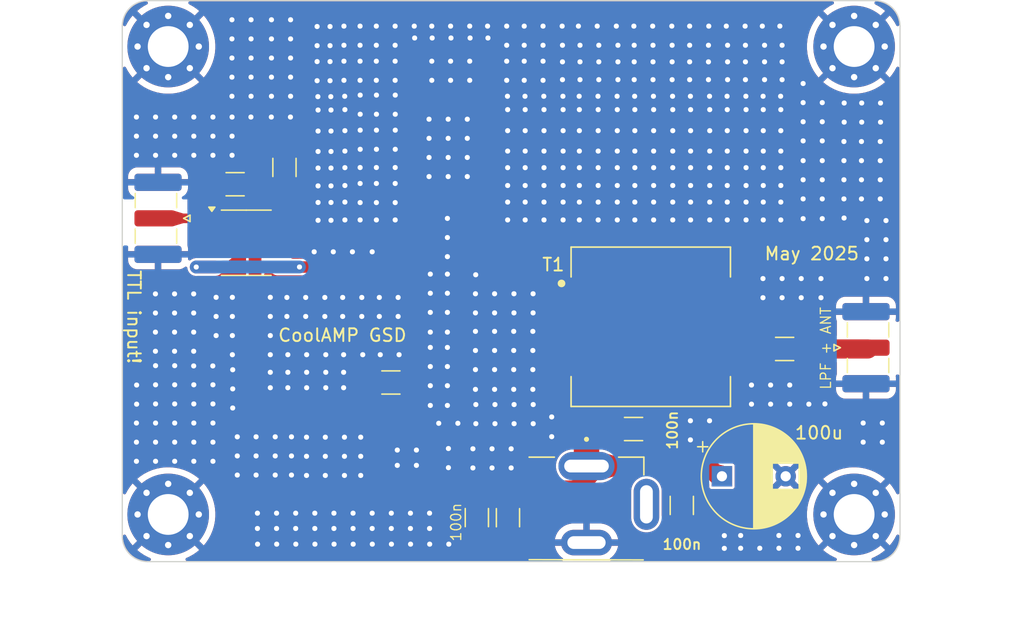
<source format=kicad_pcb>
(kicad_pcb (version 20241229) (generator "pcbnew") (generator_version "9.0")
  (layers (0 "F.Cu" signal) (2 "B.Cu" signal) (13 "F.Paste" user) (5 "F.SilkS" user "F.Silkscreen") (1 "F.Mask" user) (3 "B.Mask" user) (25 "Edge.Cuts" user))
  (net 0 "")
  (net 1 "GND")
  (net 2 "Net-(Q1-G)")
  (net 3 "/DRAIN")
  (net 4 "Net-(RF_OUT1-In)")
  (net 6 "Net-(RF_IN1-In)")
  (net 7 "Net-(C3-Pad2)")
  (net 8 "+VDC")
  (net 9 "+5V")
  (footprint "Capacitor_SMD:C_1206_3216Metric_Pad1.33x1.80mm_HandSolder" (layer "F.Cu") (at 27.81 40.545986 -90)
    (property "Reference" "C2" (hide yes))
    (property "Value" "100n")
  )
  (footprint "MountingHole:MountingHole_3.2mm_M3_Pad_Via" (layer "F.Cu") (at 3.6 40.3)
    (property "Reference" "H3" (hide yes))
    (property "Value" "MountingHole_Pad" (hide yes))
  )
  (footprint "Connector_Coaxial:SMA_Samtec_SMA-J-P-H-ST-EM1_EdgeMount" (layer "F.Cu") (at 58.58 27.22)
    (property "Reference" "RF_OUT1" (hide yes))
    (property "Value" "SMA" (hide yes))
  )
  (footprint "Capacitor_SMD:C_1206_3216Metric_Pad1.33x1.80mm_HandSolder" (layer "F.Cu") (at 30.25 40.5525 -90)
    (property "Reference" "C12" (hide yes))
    (property "Value" "100n" (hide yes))
  )
  (footprint "footprints:XKB_DC-005-5A-2.0_Modded" (layer "F.Cu") (at 36.41 42.505 90)
    (property "Reference" "Power1" (hide yes))
    (property "Value" "DC-005 (Barrel Jack)" (hide yes))
  )
  (footprint "MountingHole:MountingHole_3.2mm_M3_Pad_Via" (layer "F.Cu") (at 57.4 40.3)
    (property "Reference" "H4" (hide yes))
    (property "Value" "MountingHole_Pad" (hide yes))
  )
  (footprint "Connector_Coaxial:SMA_Samtec_SMA-J-P-H-ST-EM1_EdgeMount" (layer "F.Cu") (at 2.554 17.075 180)
    (property "Reference" "RF_IN1" (hide yes))
    (property "Value" "SMA" (hide yes))
  )
  (footprint "footprints:TO-252-2_L6.6-W6.1-P4.57-LS9.9-BR-CW" (layer "F.Cu") (at 25.54 14.65 -90)
    (property "Reference" "Q1" (hide yes))
    (property "Value" "CID9N65E3 (Tokmas)" (hide yes))
  )
  (footprint "Capacitor_SMD:C_1206_3216Metric_Pad1.33x1.80mm_HandSolder" (layer "F.Cu") (at 8.85 14.4 180)
    (property "Reference" "C7" (hide yes))
    (property "Value" "10u" (hide yes))
  )
  (footprint "Capacitor_SMD:C_1206_3216Metric_Pad1.33x1.80mm_HandSolder" (layer "F.Cu") (at 51.95 27.32 180)
    (property "Reference" "C3" (hide yes))
    (property "Value" "100n" (hide yes))
  )
  (footprint "Package_SO:SOIC-8_3.9x4.9mm_P1.27mm" (layer "F.Cu") (at 9.725 18.99)
    (property "Reference" "U2" (hide yes))
    (property "Value" "NCP81074ADR2G-Fixed" (hide yes))
  )
  (footprint "Capacitor_THT:CP_Radial_D8.0mm_P5.00mm" (layer "F.Cu") (at 47.032349 37.305)
    (property "Reference" "C6" (hide yes))
    (property "Value" "100u")
  )
  (footprint "footprints:IND_SRF1260A-4R7Y-Longer-Pads" (layer "F.Cu") (at 41.45 25.58)
    (property "Reference" "T1")
    (property "Value" "SRF1260A-4R7Y" (hide yes))
  )
  (footprint "MountingHole:MountingHole_3.2mm_M3_Pad_Via" (layer "F.Cu") (at 3.6 3.6)
    (property "Reference" "H1" (hide yes))
    (property "Value" "MountingHole_Pad" (hide yes))
  )
  (footprint "Capacitor_SMD:C_1206_3216Metric_Pad1.33x1.80mm_HandSolder" (layer "F.Cu") (at 43.885 39.5925 -90)
    (property "Reference" "C5" (hide yes))
    (property "Value" "100n")
  )
  (footprint "Capacitor_SMD:C_1206_3216Metric_Pad1.33x1.80mm_HandSolder" (layer "F.Cu") (at 21.0675 29.95 180)
    (property "Reference" "C8" (hide yes))
    (property "Value" "100n" (hide yes))
  )
  (footprint "PCM_Package_TO_SOT_SMD_AKL:TO-252-2" (layer "F.Cu") (at 18.47 35.85 180)
    (property "Reference" "U1" (hide yes))
    (property "Value" "LM78M05CDT" (hide yes))
  )
  (footprint "Capacitor_SMD:C_1206_3216Metric_Pad1.33x1.80mm_HandSolder" (layer "F.Cu") (at 40.1 33.6)
    (property "Reference" "C10" (hide yes))
    (property "Value" "100n")
  )
  (footprint "MountingHole:MountingHole_3.2mm_M3_Pad_Via" (layer "F.Cu") (at 57.4 3.6)
    (property "Reference" "H2" (hide yes))
    (property "Value" "MountingHole_Pad" (hide yes))
  )
  (footprint "Capacitor_SMD:C_1206_3216Metric_Pad1.33x1.80mm_HandSolder" (layer "F.Cu") (at 12.72 13.0825 90)
    (property "Reference" "C11" (hide yes))
    (property "Value" "100n" (hide yes))
  )
  (gr_line (start 61 2) (end 61 42) (stroke (width 0.1)) (layer "Edge.Cuts"))
  (gr_arc (start 59 0) (mid 60.414214 0.585786) (end 61 2) (stroke (width 0.1)) (layer "Edge.Cuts"))
  (gr_line (start 2 0) (end 59 0) (stroke (width 0.1)) (layer "Edge.Cuts"))
  (gr_line (start 0 42) (end 0 2) (stroke (width 0.1)) (layer "Edge.Cuts"))
  (gr_arc (start 0 2) (mid 0.585786 0.585786) (end 2 0) (stroke (width 0.1)) (layer "Edge.Cuts"))
  (gr_arc (start 2 44) (mid 0.585786 43.414214) (end 0 42) (stroke (width 0.1)) (layer "Edge.Cuts"))
  (gr_arc (start 61 42) (mid 60.414214 43.414214) (end 59 44) (stroke (width 0.1)) (layer "Edge.Cuts"))
  (gr_line (start 59 44) (end 2 44) (stroke (width 0.1)) (layer "Edge.Cuts"))
  (gr_text "LPF + ANT" (at 55.65 30.57 90) (layer "F.SilkS") (effects (font (size 0.8 0.8) (thickness 0.1)) (justify left bottom)))
  (gr_text "TTL input!" (at 0.325 21.05 270) (layer "F.SilkS") (effects (font (size 1 1)) (justify left bottom)))
  (gr_text "May 2025" (at 50.29 20.43 0) (layer "F.SilkS") (effects (font (size 1 1)) (justify left bottom)))
  (gr_text "CoolAMP GSD" (at 12.14 26.83 0) (layer "F.SilkS") (effects (font (size 1 1)) (justify left bottom)))
  (via (at 44.575 17.2) (size 0.8) (drill 0.4) (layers "F.Cu" "B.Cu") (net 1))
  (via (at 44.56 32.95) (size 0.8) (drill 0.4) (layers "F.Cu" "B.Cu") (net 1))
  (via (at 11.61 29.15) (size 0.8) (drill 0.4) (layers "F.Cu" "B.Cu") (net 1))
  (via (at 47.45 11.8) (size 0.8) (drill 0.4) (layers "F.Cu" "B.Cu") (net 1))
  (via (at 24.16 31.75) (size 0.8) (drill 0.4) (layers "F.Cu" "B.Cu") (net 1))
  (via (at 59.45 11.05) (size 0.8) (drill 0.4) (layers "F.Cu" "B.Cu") (net 1))
  (via (at 48.5 41.95) (size 0.8) (drill 0.4) (layers "F.Cu" "B.Cu") (net 1))
  (via (at 2.6 23) (size 0.8) (drill 0.4) (layers "F.Cu" "B.Cu") (net 1))
  (via (at 4.1 23) (size 0.8) (drill 0.4) (layers "F.Cu" "B.Cu") (net 1))
  (via (at 7.1 28.65) (size 0.8) (drill 0.4) (layers "F.Cu" "B.Cu") (net 1))
  (via (at 24.1 40.2) (size 0.8) (drill 0.4) (layers "F.Cu" "B.Cu") (net 1))
  (via (at 30.225 17.2) (size 0.8) (drill 0.4) (layers "F.Cu" "B.Cu") (net 1))
  (via (at 43.125 6.2) (size 0.8) (drill 0.4) (layers "F.Cu" "B.Cu") (net 1))
  (via (at 37.375 4.8) (size 0.8) (drill 0.4) (layers "F.Cu" "B.Cu") (net 1))
  (via (at 8.635 27.77) (size 0.8) (drill 0.4) (layers "F.Cu" "B.Cu") (net 1))
  (via (at 50.85 30.15) (size 0.8) (drill 0.4) (layers "F.Cu" "B.Cu") (net 1))
  (via (at 37.25 2) (size 0.8) (drill 0.4) (layers "F.Cu" "B.Cu") (net 1))
  (via (at 30.7 28.94) (size 0.8) (drill 0.4) (layers "F.Cu" "B.Cu") (net 1))
  (via (at 31.525 3.5) (size 0.8) (drill 0.4) (layers "F.Cu" "B.Cu") (net 1))
  (via (at 14.385 24.77) (size 0.8) (drill 0.4) (layers "F.Cu" "B.Cu") (net 1))
  (via (at 8.6 7.5) (size 0.8) (drill 0.4) (layers "F.Cu" "B.Cu") (net 1))
  (via (at 7.11 12.13) (size 0.8) (drill 0.4) (layers "F.Cu" "B.Cu") (net 1))
  (via (at 18.65 2) (size 0.8) (drill 0.4) (layers "F.Cu" "B.Cu") (net 1))
  (via (at 33 3.5) (size 0.8) (drill 0.4) (layers "F.Cu" "B.Cu") (net 1))
  (via (at 12.11 42.63) (size 0.8) (drill 0.4) (layers "F.Cu" "B.Cu") (net 1))
  (via (at 41.625 4.8) (size 0.8) (drill 0.4) (layers "F.Cu" "B.Cu") (net 1))
  (via (at 46.075 13.1) (size 0.8) (drill 0.4) (layers "F.Cu" "B.Cu") (net 1))
  (via (at 41.675 8.55) (size 0.8) (drill 0.4) (layers "F.Cu" "B.Cu") (net 1))
  (via (at 14.46 29.15) (size 0.8) (drill 0.4) (layers "F.Cu" "B.Cu") (net 1))
  (via (at 34.575 11.8) (size 0.8) (drill 0.4) (layers "F.Cu" "B.Cu") (net 1))
  (via (at 30.225 8.55) (size 0.8) (drill 0.4) (layers "F.Cu" "B.Cu") (net 1))
  (via (at 25.58 35.13) (size 0.8) (drill 0.4) (layers "F.Cu" "B.Cu") (net 1))
  (via (at 10.1 7.5) (size 0.8) (drill 0.4) (layers "F.Cu" "B.Cu") (net 1))
  (via (at 15.355 17.23) (size 0.8) (drill 0.4) (layers "F.Cu" "B.Cu") (net 1))
  (via (at 48.925 13.1) (size 0.8) (drill 0.4) (layers "F.Cu" "B.Cu") (net 1))
  (via (at 11.995 35.71) (size 0.8) (drill 0.4) (layers "F.Cu" "B.Cu") (net 1))
  (via (at 24.16 28.7) (size 0.8) (drill 0.4) (layers "F.Cu" "B.Cu") (net 1))
  (via (at 30.225 14.5) (size 0.8) (drill 0.4) (layers "F.Cu" "B.Cu") (net 1))
  (via (at 18.655 15.84) (size 0.8) (drill 0.4) (layers "F.Cu" "B.Cu") (net 1))
  (via (at 27.5 36.65) (size 0.8) (drill 0.4) (layers "F.Cu" "B.Cu") (net 1))
  (via (at 49.35 30.15) (size 0.8) (drill 0.4) (layers "F.Cu" "B.Cu") (net 1))
  (via (at 7.36 26.27) (size 0.8) (drill 0.4) (layers "F.Cu" "B.Cu") (net 1))
  (via (at 17.285 24.77) (size 0.8) (drill 0.4) (layers "F.Cu" "B.Cu") (net 1))
  (via (at 21.1 40.2) (size 0.8) (drill 0.4) (layers "F.Cu" "B.Cu") (net 1))
  (via (at 29.2 22.99) (size 0.8) (drill 0.4) (layers "F.Cu" "B.Cu") (net 1))
  (via (at 53.4 9.5) (size 0.8) (drill 0.4) (layers "F.Cu" "B.Cu") (net 1))
  (via (at 44.5 6.2) (size 0.8) (drill 0.4) (layers "F.Cu" "B.Cu") (net 1))
  (via (at 30.225 15.8) (size 0.8) (drill 0.4) (layers "F.Cu" "B.Cu") (net 1))
  (via (at 33.075 14.5) (size 0.8) (drill 0.4) (layers "F.Cu" "B.Cu") (net 1))
  (via (at 51.75 21.8) (size 0.8) (drill 0.4) (layers "F.Cu" "B.Cu") (net 1))
  (via (at 51.65 8.55) (size 0.8) (drill 0.4) (layers "F.Cu" "B.Cu") (net 1))
  (via (at 16.55 19.7) (size 0.8) (drill 0.4) (layers "F.Cu" "B.Cu") (net 1))
  (via (at 23.07 35.25) (size 0.8) (drill 0.4) (layers "F.Cu" "B.Cu") (net 1))
  (via (at 14.385 23.28) (size 0.8) (drill 0.4) (layers "F.Cu" "B.Cu") (net 1))
  (via (at 16.37 11.83) (size 0.8) (drill 0.4) (layers "F.Cu" "B.Cu") (net 1))
  (via (at 53.25 23.3) (size 0.8) (drill 0.4) (layers "F.Cu" "B.Cu") (net 1))
  (via (at 51.75 23.3) (size 0.8) (drill 0.4) (layers "F.Cu" "B.Cu") (net 1))
  (via (at 48.925 17.2) (size 0.8) (drill 0.4) (layers "F.Cu" "B.Cu") (net 1))
  (via (at 52.35 31.65) (size 0.8) (drill 0.4) (layers "F.Cu" "B.Cu") (net 1))
  (via (at 24.16 27.2) (size 0.8) (drill 0.4) (layers "F.Cu" "B.Cu") (net 1))
  (via (at 25.5 27.2) (size 0.8) (drill 0.4) (layers "F.Cu" "B.Cu") (net 1))
  (via (at 45.975 3.5) (size 0.8) (drill 0.4) (layers "F.Cu" "B.Cu") (net 1))
  (via (at 30.15 2) (size 0.8) (drill 0.4) (layers "F.Cu" "B.Cu") (net 1))
  (via (at 54.9 12.55) (size 0.8) (drill 0.4) (layers "F.Cu" "B.Cu") (net 1))
  (via (at 45.975 6.2) (size 0.8) (drill 0.4) (layers "F.Cu" "B.Cu") (net 1))
  (via (at 22.61 42.63) (size 0.8) (drill 0.4) (layers "F.Cu" "B.Cu") (net 1))
  (via (at 47.45 14.5) (size 0.8) (drill 0.4) (layers "F.Cu" "B.Cu") (net 1))
  (via (at 15.355 8.58) (size 0.8) (drill 0.4) (layers "F.Cu" "B.Cu") (net 1))
  (via (at 13.2 6) (size 0.8) (drill 0.4) (layers "F.Cu" "B.Cu") (net 1))
  (via (at 54.9 8) (size 0.8) (drill 0.4) (layers "F.Cu" "B.Cu") (net 1))
  (via (at 29.2 25.94) (size 0.8) (drill 0.4) (layers "F.Cu" "B.Cu") (net 1))
  (via (at 18.86 27.77) (size 0.8) (drill 0.4) (layers "F.Cu" "B.Cu") (net 1))
  (via (at 5.6 27.5) (size 0.8) (drill 0.4) (layers "F.Cu" "B.Cu") (net 1))
  (via (at 47.22 42.96) (size 0.8) (drill 0.4) (layers "F.Cu" "B.Cu") (net 1))
  (via (at 33.075 8.55) (size 0.8) (drill 0.4) (layers "F.Cu" "B.Cu") (net 1))
  (via (at 44.575 11.8) (size 0.8) (drill 0.4) (layers "F.Cu" "B.Cu") (net 1))
  (via (at 5.61 36.13) (size 0.8) (drill 0.4) (layers "F.Cu" "B.Cu") (net 1))
  (via (at 18.66 7.41) (size 0.8) (drill 0.4) (layers "F.Cu" "B.Cu") (net 1))
  (via (at 5.6 23) (size 0.8) (drill 0.4) (layers "F.Cu" "B.Cu") (net 1))
  (via (at 24.275 6.25) (size 0.8) (drill 0.4) (layers "F.Cu" "B.Cu") (net 1))
  (via (at 34.525 3.5) (size 0.8) (drill 0.4) (layers "F.Cu" "B.Cu") (net 1))
  (via (at 7.11 10.63) (size 0.8) (drill 0.4) (layers "F.Cu" "B.Cu") (net 1))
  (via (at 4.11 36.13) (size 0.8) (drill 0.4) (layers "F.Cu" "B.Cu") (net 1))
  (via (at 7.11 31.63) (size 0.8) (drill 0.4) (layers "F.Cu" "B.Cu") (net 1))
  (via (at 25.5 26) (size 0.8) (drill 0.4) (layers "F.Cu" "B.Cu") (net 1))
  (via (at 15.1 40.2) (size 0.8) (drill 0.4) (layers "F.Cu" "B.Cu") (net 1))
  (via (at 15.34 7.53) (size 0.8) (drill 0.4) (layers "F.Cu" "B.Cu") (net 1))
  (via (at 24.11 42.63) (size 0.8) (drill 0.4) (layers "F.Cu" "B.Cu") (net 1))
  (via (at 53.4 6.5) (size 0.8) (drill 0.4) (layers "F.Cu" "B.Cu") (net 1))
  (via (at 4.11 33.13) (size 0.8) (drill 0.4) (layers "F.Cu" "B.Cu") (net 1))
  (via (at 15.05 19.7) (size 0.8) (drill 0.4) (layers "F.Cu" "B.Cu") (net 1))
  (via (at 4.1 27.5) (size 0.8) (drill 0.4) (layers "F.Cu" "B.Cu") (net 1))
  (via (at 44.575 14.5) (size 0.8) (drill 0.4) (layers "F.Cu" "B.Cu") (net 1))
  (via (at 26.32 33.15) (size 0.8) (drill 0.4) (layers "F.Cu" "B.Cu") (net 1))
  (via (at 17.36 29.15) (size 0.8) (drill 0.4) (layers "F.Cu" "B.Cu") (net 1))
  (via (at 24.06 12.3) (size 0.8) (drill 0.4) (layers "F.Cu" "B.Cu") (net 1))
  (via (at 13.61 42.63) (size 0.8) (drill 0.4) (layers "F.Cu" "B.Cu") (net 1))
  (via (at 50.275 17.2) (size 0.8) (drill 0.4) (layers "F.Cu" "B.Cu") (net 1))
  (via (at 46.075 15.8) (size 0.8) (drill 0.4) (layers "F.Cu" "B.Cu") (net 1))
  (via (at 44.575 15.8) (size 0.8) (drill 0.4) (layers "F.Cu" "B.Cu") (net 1))
  (via (at 25.5 31.75) (size 0.8) (drill 0.4) (layers "F.Cu" "B.Cu") (net 1))
  (via (at 13.6 41.4) (size 0.8) (drill 0.4) (layers "F.Cu" "B.Cu") (net 1))
  (via (at 23.07 36.45) (size 0.8) (drill 0.4) (layers "F.Cu" "B.Cu") (net 1))
  (via (at 21.4 6.25) (size 0.8) (drill 0.4) (layers "F.Cu" "B.Cu") (net 1))
  (via (at 19.935 10.16) (size 0.8) (drill 0.4) (layers "F.Cu" "B.Cu") (net 1))
  (via (at 51.75 6.2) (size 0.8) (drill 0.4) (layers "F.Cu" "B.Cu") (net 1))
  (via (at 40.2 17.2) (size 0.8) (drill 0.4) (layers "F.Cu" "B.Cu") (net 1))
  (via (at 13.2 1.5) (size 0.8) (drill 0.4) (layers "F.Cu" "B.Cu") (net 1))
  (via (at 41.675 10.2) (size 0.8) (drill 0.4) (layers "F.Cu" "B.Cu") (net 1))
  (via (at 19.935 11.66) (size 0.8) (drill 0.4) (layers "F.Cu" "B.Cu") (net 1))
  (via (at 44.5 4.8) (size 0.8) (drill 0.4) (layers "F.Cu" "B.Cu") (net 1))
  (via (at 18.7 37.24) (size 0.8) (drill 0.4) (layers "F.Cu" "B.Cu") (net 1))
  (via (at 27.28 2.93) (size 0.8) (drill 0.4) (layers "F.Cu" "B.Cu") (net 1))
  (via (at 35.9 4.8) (size 0.8) (drill 0.4) (layers "F.Cu" "B.Cu") (net 1))
  (via (at 17.46 14.5) (size 0.8) (drill 0.4) (layers "F.Cu" "B.Cu") (net 1))
  (via (at 50.275 15.8) (size 0.8) (drill 0.4) (layers "F.Cu" "B.Cu") (net 1))
  (via (at 32.2 27.44) (size 0.8) (drill 0.4) (layers "F.Cu" "B.Cu") (net 1))
  (via (at 9.02 35.71) (size 0.8) (drill 0.4) (layers "F.Cu" "B.Cu") (net 1))
  (via (at 33.06 7.5) (size 0.8) (drill 0.4) (layers "F.Cu" "B.Cu") (net 1))
  (via (at 11.7 4.5) (size 0.8) (drill 0.4) (layers "F.Cu" "B.Cu") (net 1))
  (via (at 56.61 17.05) (size 0.8) (drill 0.4) (layers "F.Cu" "B.Cu") (net 1))
  (via (at 27.7 22.99) (size 0.8) (drill 0.4) (layers "F.Cu" "B.Cu") (net 1))
  (via (at 21.57 35.25) (size 0.8) (drill 0.4) (layers "F.Cu" "B.Cu") (net 1))
  (via (at 21.635 24.77) (size 0.8) (drill 0.4) (layers "F.Cu" "B.Cu") (net 1))
  (via (at 35.835 7.5) (size 0.8) (drill 0.4) (layers "F.Cu" "B.Cu") (net 1))
  (via (at 8.635 26.27) (size 0.8) (drill 0.4) (layers "F.Cu" "B.Cu") (net 1))
  (via (at 8.6 6) (size 0.8) (drill 0.4) (layers "F.Cu" "B.Cu") (net 1))
  (via (at 25.5 28.7) (size 0.8) (drill 0.4) (layers "F.Cu" "B.Cu") (net 1))
  (via (at 57.975 14.05) (size 0.8) (drill 0.4) (layers "F.Cu" "B.Cu") (net 1))
  (via (at 43.1 2) (size 0.8) (drill 0.4) (layers "F.Cu" "B.Cu") (net 1))
  (via (at 54.8 21.8) (size 0.8) (drill 0.4) (layers "F.Cu" "B.Cu") (net 1))
  (via (at 21.405 17.2) (size 0.8) (drill 0.4) (layers "F.Cu" "B.Cu") (net 1))
  (via (at 17.385 2) (size 0.8) (drill 0.4) (layers "F.Cu" "B.Cu") (net 1))
  (via (at 54.9 15.55) (size 0.8) (drill 0.4) (layers "F.Cu" "B.Cu") (net 1))
  (via (at 19.6 40.2) (size 0.8) (drill 0.4) (layers "F.Cu" "B.Cu") (net 1))
  (via (at 47.475 4.8) (size 0.8) (drill 0.4) (layers "F.Cu" "B.Cu") (net 1))
  (via (at 17.46 17.2) (size 0.8) (drill 0.4) (layers "F.Cu" "B.Cu") (net 1))
  (via (at 33.075 10.2) (size 0.8) (drill 0.4) (layers "F.Cu" "B.Cu") (net 1))
  (via (at 31.525 6.25) (size 0.8) (drill 0.4) (layers "F.Cu" "B.Cu") (net 1))
  (via (at 46.06 32.95) (size 0.8) (drill 0.4) (layers "F.Cu" "B.Cu") (net 1))
  (via (at 25.56 10.8) (size 0.8) (drill 0.4) (layers "F.Cu" "B.Cu") (net 1))
  (via (at 19.6 41.4) (size 0.8) (drill 0.4) (layers "F.Cu" "B.Cu") (net 1))
  (via (at 58.11 33.13) (size 0.8) (drill 0.4) (layers "F.Cu" "B.Cu") (net 1))
  (via (at 48.85 2) (size 0.8) (drill 0.4) (layers "F.Cu" "B.Cu") (net 1))
  (via (at 10.1 6) (size 0.8) (drill 0.4) (layers "F.Cu" "B.Cu") (net 1))
  (via (at 29.23 33.18) (size 0.8) (drill 0.4) (layers "F.Cu" "B.Cu") (net 1))
  (via (at 18.7 35.74) (size 0.8) (drill 0.4) (layers "F.Cu" "B.Cu") (net 1))
  (via (at 30.7 25.94) (size 0.8) (drill 0.4) (layers "F.Cu" "B.Cu") (net 1))
  (via (at 27.06 12.3) (size 0.8) (drill 0.4) (layers "F.Cu" "B.Cu") (net 1))
  (via (at 32.22 22.99) (size 0.8) (drill 0.4) (layers "F.Cu" "B.Cu") (net 1))
  (via (at 21.11 42.63) (size 0.8) (drill 0.4) (layers "F.Cu" "B.Cu") (net 1))
  (via (at 5.61 30.13) (size 0.8) (drill 0.4) (layers "F.Cu" "B.Cu") (net 1))
  (via (at 50.26 7.5) (size 0.8) (drill 0.4) (layers "F.Cu" "B.Cu") (net 1))
  (via (at 37.31 7.5) (size 0.8) (drill 0.4) (layers "F.Cu" "B.Cu") (net 1))
  (via (at 14.46 27.77) (size 0.8) (drill 0.4) (layers "F.Cu" "B.Cu") (net 1))
  (via (at 46.075 11.8) (size 0.8) (drill 0.4) (layers "F.Cu" "B.Cu") (net 1))
  (via (at 12.91 23.28) (size 0.8) (drill 0.4) (layers "F.Cu" "B.Cu") (net 1))
  (via (at 17.385 6.25) (size 0.8) (drill 0.4) (layers "F.Cu" "B.Cu") (net 1))
  (via (at 27.5 35.15) (size 0.8) (drill 0.4) (layers "F.Cu" "B.Cu") (net 1))
  (via (at 50.275 11.8) (size 0.8) (drill 0.4) (layers "F.Cu" "B.Cu") (net 1))
  (via (at 30.15 6.25) (size 0.8) (drill 0.4) (layers "F.Cu" "B.Cu") (net 1))
  (via (at 30.72 24.49) (size 0.8) (drill 0.4) (layers "F.Cu" "B.Cu") (net 1))
  (via (at 48.5 42.95) (size 0.8) (drill 0.4) (layers "F.Cu" "B.Cu") (net 1))
  (via (at 5.6 28.65) (size 0.8) (drill 0.4) (layers "F.Cu" "B.Cu") (net 1))
  (via (at 45.975 4.8) (size 0.8) (drill 0.4) (layers "F.Cu" "B.Cu") (net 1))
  (via (at 29.2 27.44) (size 0.8) (drill 0.4) (layers "F.Cu" "B.Cu") (net 1))
  (via (at 46.075 8.55) (size 0.8) (drill 0.4) (layers "F.Cu" "B.Cu") (net 1))
  (via (at 37.375 3.5) (size 0.8) (drill 0.4) (layers "F.Cu" "B.Cu") (net 1))
  (via (at 58.4 18.75) (size 0.8) (drill 0.4) (layers "F.Cu" "B.Cu") (net 1))
  (via (at 37.375 6.2) (size 0.8) (drill 0.4) (layers "F.Cu" "B.Cu") (net 1))
  (via (at 46 2) (size 0.8) (drill 0.4) (layers "F.Cu" "B.Cu") (net 1))
  (via (at 7.11 36.13) (size 0.8) (drill 0.4) (layers "F.Cu" "B.Cu") (net 1))
  (via (at 48.925 14.5) (size 0.8) (drill 0.4) (layers "F.Cu" "B.Cu") (net 1))
  (via (at 34.575 10.2) (size 0.8) (drill 0.4) (layers "F.Cu" "B.Cu") (net 1))
  (via (at 19.925 3.5) (size 0.8) (drill 0.4) (layers "F.Cu" "B.Cu") (net 1))
  (via (at 16.37 10.23) (size 0.8) (drill 0.4) (layers "F.Cu" "B.Cu") (net 1))
  (via (at 43.175 15.8) (size 0.8) (drill 0.4) (layers "F.Cu" "B.Cu") (net 1))
  (via (at 38.825 10.2) (size 0.8) (drill 0.4) (layers "F.Cu" "B.Cu") (net 1))
  (via (at 54.9 9.5) (size 0.8) (drill 0.4) (layers "F.Cu" "B.Cu") (net 1))
  (via (at 44.56 7.5) (size 0.8) (drill 0.4) (layers "F.Cu" "B.Cu") (net 1))
  (via (at 16.295 6.28) (size 0.8) (drill 0.4) (layers "F.Cu" "B.Cu") (net 1))
  (via (at 21.41 7.41) (size 0.8) (drill 0.4) (layers "F.Cu" "B.Cu") (net 1))
  (via (at 59.9 20.25) (size 0.8) (drill 0.4) (layers "F.Cu" "B.Cu") (net 1))
  (via (at 10.6 41.4) (size 0.8) (drill 0.4) (layers "F.Cu" "B.Cu") (net 1))
  (via (at 31.6 10.2) (size 0.8) (drill 0.4) (layers "F.Cu" "B.Cu") (net 1))
  (via (at 4.11 31.63) (size 0.8) (drill 0.4) (layers "F.Cu" "B.Cu") (net 1))
  (via (at 5.61 33.13) (size 0.8) (drill 0.4) (layers "F.Cu" "B.Cu") (net 1))
  (via (at 10.1 3) (size 0.8) (drill 0.4) (layers "F.Cu" "B.Cu") (net 1))
  (via (at 32.23 31.68) (size 0.8) (drill 0.4) (layers "F.Cu" "B.Cu") (net 1))
  (via (at 38.81 7.5) (size 0.8) (drill 0.4) (layers "F.Cu" "B.Cu") (net 1))
  (via (at 27.25 6.25) (size 0.8) (drill 0.4) (layers "F.Cu" "B.Cu") (net 1))
  (via (at 48.925 8.55) (size 0.8) (drill 0.4) (layers "F.Cu" "B.Cu") (net 1))
  (via (at 30.7 30.49) (size 0.8) (drill 0.4) (layers "F.Cu" "B.Cu") (net 1))
  (via (at 13.27 35.71) (size 0.8) (drill 0.4) (layers "F.Cu" "B.Cu") (net 1))
  (via (at 32.2 30.49) (size 0.8) (drill 0.4) (layers "F.Cu" "B.Cu") (net 1))
  (via (at 16.37 13.13) (size 0.8) (drill 0.4) (layers "F.Cu" "B.Cu") (net 1))
  (via (at 46.075 10.2) (size 0.8) (drill 0.4) (layers "F.Cu" "B.Cu") (net 1))
  (via (at 38.875 4.8) (size 0.8) (drill 0.4) (layers "F.Cu" "B.Cu") (net 1))
  (via (at 50.25 21.8) (size 0.8) (drill 0.4) (layers "F.Cu" "B.Cu") (net 1))
  (via (at 25.5 17.08) (size 0.8) (drill 0.4) (layers "F.Cu" "B.Cu") (net 1))
  (via (at 52.35 30.15) (size 0.8) (drill 0.4) (layers "F.Cu" "B.Cu") (net 1))
  (via (at 30.225 11.8) (size 0.8) (drill 0.4) (layers "F.Cu" "B.Cu") (net 1))
  (via (at 8.66 30.45) (size 0.8) (drill 0.4) (layers "F.Cu" "B.Cu") (net 1))
  (via (at 34.575 15.8) (size 0.8) (drill 0.4) (layers "F.Cu" "B.Cu") (net 1))
  (via (at 16.355 7.53) (size 0.8) (drill 0.4) (layers "F.Cu" "B.Cu") (net 1))
  (via (at 37.325 11.8) (size 0.8) (drill 0.4) (layers "F.Cu" "B.Cu") (net 1))
  (via (at 38.875 3.5) (size 0.8) (drill 0.4) (layers "F.Cu" "B.Cu") (net 1))
  (via (at 21.71 27.77) (size 0.8) (drill 0.4) (layers "F.Cu" "B.Cu") (net 1))
  (via (at 48.875 3.5) (size 0.8) (drill 0.4) (layers "F.Cu" "B.Cu") (net 1))
  (via (at 46.075 14.5) (size 0.8) (drill 0.4) (layers "F.Cu" "B.Cu") (net 1))
  (via (at 53 42.95) (size 0.8) (drill 0.4) (layers "F.Cu" "B.Cu") (net 1))
  (via (at 13.6 40.2) (size 0.8) (drill 0.4) (layers "F.Cu" "B.Cu") (net 1))
  (via (at 25.5 30.2) (size 0.8) (drill 0.4) (layers "F.Cu" "B.Cu") (net 1))
  (via (at 27.25 4.75) (size 0.8) (drill 0.4) (layers "F.Cu" "B.Cu") (net 1))
  (via (at 47.45 8.55) (size 0.8) (drill 0.4) (layers "F.Cu" "B.Cu") (net 1))
  (via (at 15.925 35.74) (size 0.8) (drill 0.4) (layers "F.Cu" "B.Cu") (net 1))
  (via (at 15.28 2.03) (size 0.8) (drill 0.4) (layers "F.Cu" "B.Cu") (net 1))
  (via (at 4.11 28.63) (size 0.8) (drill 0.4) (layers "F.Cu" "B.Cu") (net 1))
  (via (at 8.635 23.27) (size 0.8) (drill 0.4) (layers "F.Cu" "B.Cu") (net 1))
  (via (at 38.875 6.2) (size 0.8) (drill 0.4) (layers "F.Cu" "B.Cu") (net 1))
  (via (at 59.9 21.8) (size 0.8) (drill 0.4) (layers "F.Cu" "B.Cu") (net 1))
  (via (at 31.585 7.5) (size 0.8) (drill 0.4) (layers "F.Cu" "B.Cu") (net 1))
  (via (at 32.2 25.94) (size 0.8) (drill 0.4) (layers "F.Cu" "B.Cu") (net 1))
  (via (at 27.06 9.3) (size 0.8) (drill 0.4) (layers "F.Cu" "B.Cu") (net 1))
  (via (at 58.4 21.8) (size 0.8) (drill 0.4) (layers "F.Cu" "B.Cu") (net 1))
  (via (at 30.5 35.15) (size 0.8) (drill 0.4) (layers "F.Cu" "B.Cu") (net 1))
  (via (at 11.69 9.13) (size 0.8) (drill 0.4) (layers "F.Cu" "B.Cu") (net 1))
  (via (at 25.5 24.45) (size 0.8) (drill 0.4) (layers "F.Cu" "B.Cu") (net 1))
  (via (at 31.6 13.1) (size 0.8) (drill 0.4) (layers "F.Cu" "B.Cu") (net 1))
  (via (at 8.6 1.5) (size 0.8) (drill 0.4) (layers "F.Cu" "B.Cu") (net 1))
  (via (at 53 41.95) (size 0.8) (drill 0.4) (layers "F.Cu" "B.Cu") (net 1))
  (via (at 18.655 13.09) (size 0.8) (drill 0.4) (layers "F.Cu" "B.Cu") (net 1))
  (via (at 32.2 28.94) (size 0.8) (drill 0.4) (layers "F.Cu" "B.Cu") (net 1))
  (via (at 56.6 11.05) (size 0.8) (drill 0.4) (layers "F.Cu" "B.Cu") (net 1))
  (via (at 25.61 42.63) (size 0.8) (drill 0.4) (layers "F.Cu" "B.Cu") (net 1))
  (via (at 15.28 4.78) (size 0.8) (drill 0.4) (layers "F.Cu" "B.Cu") (net 1))
  (via (at 50.275 14.5) (size 0.8) (drill 0.4) (layers "F.Cu" "B.Cu") (net 1))
  (via (at 33 4.75) (size 0.8) (drill 0.4) (layers "F.Cu" "B.Cu") (net 1))
  (via (at 51.65 15.8) (size 0.8) (drill 0.4) (layers "F.Cu" "B.Cu") (net 1))
  (via (at 25.75 2) (size 0.8) (drill 0.4) (layers "F.Cu" "B.Cu") (net 1))
  (via (at 50.275 10.2) (size 0.8) (drill 0.4) (layers "F.Cu" "B.Cu") (net 1))
  (via (at 17.46 13.1) (size 0.8) (drill 0.4) (layers "F.Cu" "B.Cu") (net 1))
  (via (at 11.61 26.27) (size 0.8) (drill 0.4) (layers "F.Cu" "B.Cu") (net 1))
  (via (at 51.5 41.95) (size 0.8) (drill 0.4) (layers "F.Cu" "B.Cu") (net 1))
  (via (at 37.325 8.55) (size 0.8) (drill 0.4) (layers "F.Cu" "B.Cu") (net 1))
  (via (at 8.61 12.13) (size 0.8) (drill 0.4) (layers "F.Cu" "B.Cu") (net 1))
  (via (at 59.45 15.55) (size 0.8) (drill 0.4) (layers "F.Cu" "B.Cu") (net 1))
  (via (at 14.45 34.24) (size 0.8) (drill 0.4) (layers "F.Cu" "B.Cu") (net 1))
  (via (at 4.11 34.63) (size 0.8) (drill 0.4) (layers "F.Cu" "B.Cu") (net 1))
  (via (at 15.885 23.28) (size 0.8) (drill 0.4) (layers "F.Cu" "B.Cu") (net 1))
  (via (at 30.15 4.75) (size 0.8) (drill 0.4) (layers "F.Cu" "B.Cu") (net 1))
  (via (at 25.56 13.8) (size 0.8) (drill 0.4) (layers "F.Cu" "B.Cu") (net 1))
  (via (at 16.37 8.58) (size 0.8) (drill 0.4) (layers "F.Cu" "B.Cu") (net 1))
  (via (at 10.495 34.21) (size 0.8) (drill 0.4) (layers "F.Cu" "B.Cu") (net 1))
  (via (at 15.885 24.77) (size 0.8) (drill 0.4) (layers "F.Cu" "B.Cu") (net 1))
  (via (at 18.65 6.25) (size 0.8) (drill 0.4) (layers "F.Cu" "B.Cu") (net 1))
  (via (at 35.85 8.55) (size 0.8) (drill 0.4) (layers "F.Cu" "B.Cu") (net 1))
  (via (at 27.25 2) (size 0.8) (drill 0.4) (layers "F.Cu" "B.Cu") (net 1))
  (via (at 1.11 10.63) (size 0.8) (drill 0.4) (layers "F.Cu" "B.Cu") (net 1))
  (via (at 25.5 18.58) (size 0.8) (drill 0.4) (layers "F.Cu" "B.Cu") (net 1))
  (via (at 27.73 33.18) (size 0.8) (drill 0.4) (layers "F.Cu" "B.Cu") (net 1))
  (via (at 22.6 41.4) (size 0.8) (drill 0.4) (layers "F.Cu" "B.Cu") (net 1))
  (via (at 16.295 4.78) (size 0.8) (drill 0.4) (layers "F.Cu" "B.Cu") (net 1))
  (via (at 50.275 13.1) (size 0.8) (drill 0.4) (layers "F.Cu" "B.Cu") (net 1))
  (via (at 40.185 7.5) (size 0.8) (drill 0.4) (layers "F.Cu" "B.Cu") (net 1))
  (via (at 41.6 2) (size 0.8) (drill 0.4) (layers "F.Cu" "B.Cu") (net 1))
  (via (at 24.275 2) (size 0.8) (drill 0.4) (layers "F.Cu" "B.Cu") (net 1))
  (via (at 1.125 31.65) (size 0.8) (drill 0.4) (layers "F.Cu" "B.Cu") (net 1))
  (via (at 51.65 10.2) (size 0.8) (drill 0.4) (layers "F.Cu" "B.Cu") (net 1))
  (via (at 27.7 25.94) (size 0.8) (drill 0.4) (layers "F.Cu" "B.Cu") (net 1))
  (via (at 37.325 14.5) (size 0.8) (drill 0.4) (layers "F.Cu" "B.Cu") (net 1))
  (via (at 16.61 42.63) (size 0.8) (drill 0.4) (layers "F.Cu" "B.Cu") (net 1))
  (via (at 16.37 15.83) (size 0.8) (drill 0.4) (layers "F.Cu" "B.Cu") (net 1))
  (via (at 15.11 42.63) (size 0.8) (drill 0.4) (layers "F.Cu" "B.Cu") (net 1))
  (via (at 44.575 8.55) (size 0.8) (drill 0.4) (layers "F.Cu" "B.Cu") (net 1))
  (via (at 56.62 9.53) (size 0.8) (drill 0.4) (layers "F.Cu" "B.Cu") (net 1))
  (via (at 11.7 7.5) (size 0.8) (drill 0.4) (layers "F.Cu" "B.Cu") (net 1))
  (via (at 7.11 33.13) (size 0.8) (drill 0.4) (layers "F.Cu" "B.Cu") (net 1))
  (via (at 50 42.95) (size 0.8) (drill 0.4) (layers "F.Cu" "B.Cu") (net 1))
  (via (at 41.625 3.5) (size 0.8) (drill 0.4) (layers "F.Cu" "B.Cu") (net 1))
  (via (at 12.91 24.77) (size 0.8) (drill 0.4) (layers "F.Cu" "B.Cu") (net 1))
  (via (at 48.875 6.2) (size 0.8) (drill 0.4) (layers "F.Cu" "B.Cu") (net 1))
  (via (at 38.825 17.2) (size 0.8) (drill 0.4) (layers "F.Cu" "B.Cu") (net 1))
  (via (at 43.175 10.2) (size 0.8) (drill 0.4) (layers "F.Cu" "B.Cu") (net 1))
  (via (at 2.61 9.13) (size 0.8) (drill 0.4) (layers "F.Cu" "B.Cu") (net 1))
  (via (at 53.4 17.1) (size 0.8) (drill 0.4) (layers "F.Cu" "B.Cu") (net 1))
  (via (at 50.275 8.55) (size 0.8) (drill 0.4) (layers "F.Cu" "B.Cu") (net 1))
  (via (at 5.6 24.5) (size 0.8) (drill 0.4) (layers "F.Cu" "B.Cu") (net 1))
  (via (at 16.37 14.53) (size 0.8) (drill 0.4) (layers "F.Cu" "B.Cu") (net 1))
  (via (at 48.875 4.8) (size 0.8) (drill 0.4) (layers "F.Cu" "B.Cu") (net 1))
  (via (at 48.91 7.5) (size 0.8) (drill 0.4) (layers "F.Cu" "B.Cu") (net 1))
  (via (at 28.65 2) (size 0.8) (drill 0.4) (layers "F.Cu" "B.Cu") (net 1))
  (via (at 5.61 9.13) (size 0.8) (drill 0.4) (layers "F.Cu" "B.Cu") (net 1))
  (via (at 29.23 31.68) (size 0.8) (drill 0.4) (layers "F.Cu" "B.Cu") (net 1))
  (via (at 27.06 10.8) (size 0.8) (drill 0.4) (layers "F.Cu" "B.Cu") (net 1))
  (via (at 33.075 13.1) (size 0.8) (drill 0.4) (layers "F.Cu" "B.Cu") (net 1))
  (via (at 59.9 17.25) (size 0.8) (drill 0.4) (layers "F.Cu" "B.Cu") (net 1))
  (via (at 51.575 2) (size 0.8) (drill 0.4) (layers "F.Cu" "B.Cu") (net 1))
  (via (at 1.125 30.15) (size 0.8) (drill 0.4) (layers "F.Cu" "B.Cu") (net 1))
  (via (at 40.2 14.5) (size 0.8) (drill 0.4) (layers "F.Cu" "B.Cu") (net 1))
  (via (at 8.635 24.77) (size 0.8) (drill 0.4) (layers "F.Cu" "B.Cu") (net 1))
  (via (at 46.06 7.5) (size 0.8) (drill 0.4) (layers "F.Cu" "B.Cu") (net 1))
  (via (at 17.445 7.5) (size 0.8) (drill 0.4) (layers "F.Cu" "B.Cu") (net 1))
  (via (at 25.58 36.63) (size 0.8) (drill 0.4) (layers "F.Cu" "B.Cu") (net 1))
  (via (at 15.355 10.23) (size 0.8) (drill 0.4) (layers "F.Cu" "B.Cu") (net 1))
  (via (at 51.635 7.5) (size 0.8) (drill 0.4) (layers "F.Cu" "B.Cu") (net 1))
  (via (at 24.1 41.4) (size 0.8) (drill 0.4) (layers "F.Cu" "B.Cu") (net 1))
  (via (at 16.295 2.03) (size 0.8) (drill 0.4) (layers "F.Cu" "B.Cu") (net 1))
  (via (at 27.73 31.68) (size 0.8) (drill 0.4) (layers "F.Cu" "B.Cu") (net 1))
  (via (at 43.175 13.1) (size 0.8) (drill 0.4) (layers "F.Cu" "B.Cu") (net 1))
  (via (at 11.61 24.77) (size 0.8) (drill 0.4) (layers "F.Cu" "B.Cu") (net 1))
  (via (at 29.2 24.49) (size 0.8) (drill 0.4) (layers "F.Cu" "B.Cu") (net 1))
  (via (at 25.5 20.08) (size 0.8) (drill 0.4) (layers "F.Cu" "B.Cu") (net 1))
  (via (at 24.06 13.8) (size 0.8) (drill 0.4) (layers "F.Cu" "B.Cu") (net 1))
  (via (at 57.975 12.55) (size 0.8) (drill 0.4) (layers "F.Cu" "B.Cu") (net 1))
  (via (at 12.1 40.2) (size 0.8) (drill 0.4) (layers "F.Cu" "B.Cu") (net 1))
  (via (at 18.655 14.34) (size 0.8) (drill 0.4) (layers "F.Cu" "B.Cu") (net 1))
  (via (at 51.5 42.95) (size 0.8) (drill 0.4) (layers "F.Cu" "B.Cu") (net 1))
  (via (at 7.11 9.13) (size 0.8) (drill 0.4) (layers "F.Cu" "B.Cu") (net 1))
  (via (at 54.9 14.05) (size 0.8) (drill 0.4) (layers "F.Cu" "B.Cu") (net 1))
  (via (at 14.46 30.36) (size 0.8) (drill 0.4) (layers "F.Cu" "B.Cu") (net 1))
  (via (at 2.61 34.63) (size 0.8) (drill 0.4) (layers "F.Cu" "B.Cu") (net 1))
  (via (at 48.925 10.2) (size 0.8) (drill 0.4) (layers "F.Cu" "B.Cu") (net 1))
  (via (at 8.61 9.13) (size 0.8) (drill 0.4) (layers "F.Cu" "B.Cu") (net 1))
  (via (at 59.45 12.55) (size 0.8) (drill 0.4) (layers "F.Cu" "B.Cu") (net 1))
  (via (at 1.11 36.13) (size 0.8) (drill 0.4) (layers "F.Cu" "B.Cu") (net 1))
  (via (at 5.61 31.63) (size 0.8) (drill 0.4) (layers "F.Cu" "B.Cu") (net 1))
  (via (at 19.93 14.34) (size 0.8) (drill 0.4) (layers "F.Cu" "B.Cu") (net 1))
  (via (at 10.6 40.2) (size 0.8) (drill 0.4) (layers "F.Cu" "B.Cu") (net 1))
  (via (at 19.925 6.25) (size 0.8) (drill 0.4) (layers "F.Cu" "B.Cu") (net 1))
  (via (at 1.11 34.63) (size 0.8) (drill 0.4) (layers "F.Cu" "B.Cu") (net 1))
  (via (at 27.72 21.5) (size 0.8) (drill 0.4) (layers "F.Cu" "B.Cu") (net 1))
  (via (at 18.1 40.2) (size 0.8) (drill 0.4) (layers "F.Cu" "B.Cu") (net 1))
  (via (at 38.825 15.8) (size 0.8) (drill 0.4) (layers "F.Cu" "B.Cu") (net 1))
  (via (at 37.325 15.8) (size 0.8) (drill 0.4) (layers "F.Cu" "B.Cu") (net 1))
  (via (at 2.61 28.63) (size 0.8) (drill 0.4) (layers "F.Cu" "B.Cu") (net 1))
  (via (at 57.995 8.03) (size 0.8) (drill 0.4) (layers "F.Cu" "B.Cu") (net 1))
  (via (at 43.125 3.5) (size 0.8) (drill 0.4) (layers "F.Cu" "B.Cu") (net 1))
  (via (at 59.45 14.05) (size 0.8) (drill 0.4) (layers "F.Cu" "B.Cu") (net 1))
  (via (at 51.75 3.5) (size 0.8) (drill 0.4) (layers "F.Cu" "B.Cu") (net 1))
  (via (at 19.935 8.91) (size 0.8) (drill 0.4) (layers "F.Cu" "B.Cu") (net 1))
  (via (at 15.1 41.4) (size 0.8) (drill 0.4) (layers "F.Cu" "B.Cu") (net 1))
  (via (at 56.6 14.05) (size 0.8) (drill 0.4) (layers "F.Cu" "B.Cu") (net 1))
  (via (at 40.2 10.2) (size 0.8) (drill 0.4) (layers "F.Cu" "B.Cu") (net 1))
  (via (at 48.925 11.8) (size 0.8) (drill 0.4) (layers "F.Cu" "B.Cu") (net 1))
  (via (at 44.575 10.2) (size 0.8) (drill 0.4) (layers "F.Cu" "B.Cu") (net 1))
  (via (at 20.16 23.28) (size 0.8) (drill 0.4) (layers "F.Cu" "B.Cu") (net 1))
  (via (at 44.575 13.1) (size 0.8) (drill 0.4) (layers "F.Cu" "B.Cu") (net 1))
  (via (at 17.36 27.77) (size 0.8) (drill 0.4) (layers "F.Cu" "B.Cu") (net 1))
  (via (at 15.355 14.53) (size 0.8) (drill 0.4) (layers "F.Cu" "B.Cu") (net 1))
  (via (at 50.375 4.8) (size 0.8) (drill 0.4) (layers "F.Cu" "B.Cu") (net 1))
  (via (at 40.2 11.8) (size 0.8) (drill 0.4) (layers "F.Cu" "B.Cu") (net 1))
  (via (at 28.68 2.93) (size 0.8) (drill 0.4) (layers "F.Cu" "B.Cu") (net 1))
  (via (at 53.4 12.55) (size 0.8) (drill 0.4) (layers "F.Cu" "B.Cu") (net 1))
  (via (at 25.75 4.75) (size 0.8) (drill 0.4) (layers "F.Cu" "B.Cu") (net 1))
  (via (at 54.9 17.1) (size 0.8) (drill 0.4) (layers "F.Cu" "B.Cu") (net 1))
  (via (at 53.25 21.8) (size 0.8) (drill 0.4) (layers "F.Cu" "B.Cu") (net 1))
  (via (at 25.78 2.93) (size 0.8) (drill 0.4) (layers "F.Cu" "B.Cu") (net 1))
  (via (at 24.82 33.15) (size 0.8) (drill 0.4) (layers "F.Cu" "B.Cu") (net 1))
  (via (at 18.65 3.5) (size 0.8) (drill 0.4) (layers "F.Cu" "B.Cu") (net 1))
  (via (at 40.2 8.55) (size 0.8) (drill 0.4) (layers "F.Cu" "B.Cu") (net 1))
  (via (at 16.37 17.23) (size 0.8) (drill 0.4) (layers "F.Cu" "B.Cu") (net 1))
  (via (at 47.45 17.2) (size 0.8) (drill 0.4) (layers "F.Cu" "B.Cu") (net 1))
  (via (at 37.325 13.1) (size 0.8) (drill 0.4) (layers "F.Cu" "B.Cu") (net 1))
  (via (at 27.7 30.49) (size 0.8) (drill 0.4) (layers "F.Cu" "B.Cu") (net 1))
  (via (at 19.93 17.2) (size 0.8) (drill 0.4) (layers "F.Cu" "B.Cu") (net 1))
  (via (at 31.6 17.2) (size 0.8) (drill 0.4) (layers "F.Cu" "B.Cu") (net 1))
  (via (at 17.46 8.55) (size 0.8) (drill 0.4) (layers "F.Cu" "B.Cu") (net 1))
  (via (at 24.16 22.95) (size 0.8) (drill 0.4) (layers "F.Cu" "B.Cu") (net 1))
  (via (at 44.5 3.5) (size 0.8) (drill 0.4) (layers "F.Cu" "B.Cu") (net 1))
  (via (at 41.675 14.5) (size 0.8) (drill 0.4) (layers "F.Cu" "B.Cu") (net 1))
  (via (at 14.45 37.24) (size 0.8) (drill 0.4) (layers "F.Cu" "B.Cu") (net 1))
  (via (at 13.19 9.13) (size 0.8) (drill 0.4) (layers "F.Cu" "B.Cu") (net 1))
  (via (at 21.4 2) (size 0.8) (drill 0.4) (layers "F.Cu" "B.Cu") (net 1))
  (via (at 44.5 2) (size 0.8) (drill 0.4) (layers "F.Cu" "B.Cu") (net 1))
  (via (at 54.8 23.3) (size 0.8) (drill 0.4) (layers "F.Cu" "B.Cu") (net 1))
  (via (at 20.235 27.77) (size 0.8) (drill 0.4) (layers "F.Cu" "B.Cu") (net 1))
  (via (at 35.9 6.2) (size 0.8) (drill 0.4) (layers "F.Cu" "B.Cu") (net 1))
  (via (at 10.09 9.13) (size 0.8) (drill 0.4) (layers "F.Cu" "B.Cu") (net 1))
  (via (at 16.6 40.2) (size 0.8) (drill 0.4) (layers "F.Cu" "B.Cu") (net 1))
  (via (at 33.68 32.65) (size 0.8) (drill 0.4) (layers "F.Cu" "B.Cu") (net 1))
  (via (at 8.61 10.63) (size 0.8) (drill 0.4) (layers "F.Cu" "B.Cu") (net 1))
  (via (at 12.985 27.77) (size 0.8) (drill 0.4) (layers "F.Cu" "B.Cu") (net 1))
  (via (at 4.1 26) (size 0.8) (drill 0.4) (layers "F.Cu" "B.Cu") (net 1))
  (via (at 48.925 15.8) (size 0.8) (drill 0.4) (layers "F.Cu" "B.Cu") (net 1))
  (via (at 35.85 11.8) (size 0.8) (drill 0.4) (layers "F.Cu" "B.Cu") (net 1))
  (via (at 18.66 11.66) (size 0.8) (drill 0.4) (layers "F.Cu" "B.Cu") (net 1))
  (via (at 35.85 10.2) (size 0.8) (drill 0.4) (layers "F.Cu" "B.Cu") (net 1))
  (via (at 47.475 3.5) (size 0.8) (drill 0.4) (layers "F.Cu" "B.Cu") (net 1))
  (via (at 21.41 8.91) (size 0.8) (drill 0.4) (layers "F.Cu" "B.Cu") (net 1))
  (via (at 41.675 17.2) (size 0.8) (drill 0.4) (layers "F.Cu" "B.Cu") (net 1))
  (via (at 1.11 12.13) (size 0.8) (drill 0.4) (layers "F.Cu" "B.Cu") (net 1))
  (via (at 40.15 3.5) (size 0.8) (drill 0.4) (layers "F.Cu" "B.Cu") (net 1))
  (via (at 2.6 24.5) (size 0.8) (drill 0.4) (layers "F.Cu" "B.Cu") (net 1))
  (via (at 16.295 3.53) (size 0.8) (drill 0.4) (layers "F.Cu" "B.Cu") (net 1))
  (via (at 31.525 4.75) (size 0.8) (drill 0.4) (layers "F.Cu" "B.Cu") (net 1))
  (via (at 22.93 2.93) (size 0.8) (drill 0.4) (layers "F.Cu" "B.Cu") (net 1))
  (via (at 16.6 41.4) (size 0.8) (drill 0.4) (layers "F.Cu" "B.Cu") (net 1))
  (via (at 34.56 7.5) (size 0.8) (drill 0.4) (layers "F.Cu" "B.Cu") (net 1))
  (via (at 34.5 2) (size 0.8) (drill 0.4) (layers "F.Cu" "B.Cu") (net 1))
  (via (at 15.96 27.77) (size 0.8) (drill 0.4) (layers "F.Cu" "B.Cu") (net 1))
  (via (at 25.75 6.25) (size 0.8) (drill 0.4) (layers "F.Cu" "B.Cu") (net 1))
  (via (at 30.15 3.5) (size 0.8) (drill 0.4) (layers "F.Cu" "B.Cu") (net 1))
  (via (at 57.995 9.53) (size 0.8) (drill 0.4) (layers "F.Cu" "B.Cu") (net 1))
  (via (at 13.2 7.5) (size 0.8) (drill 0.4) (layers "F.Cu" "B.Cu") (net 1))
  (via (at 31.6 8.55) (size 0.8) (drill 0.4) (layers "F.Cu" "B.Cu") (net 1))
  (via (at 11.61 30.36) (size 0.8) (drill 0.4) (layers "F.Cu" "B.Cu") (net 1))
  (via (at 29 36.65) (size 0.8) (drill 0.4) (layers "F.Cu" "B.Cu") (net 1))
  (via (at 41.675 13.1) (size 0.8) (drill 0.4) (layers "F.Cu" "B.Cu") (net 1))
  (via (at 24.16 21.45) (size 0.8) (drill 0.4) (layers "F.Cu" "B.Cu") (net 1))
  (via (at 58.4 20.25) (size 0.8) (drill 0.4) (layers "F.Cu" "B.Cu") (net 1))
  (via (at 35.775 2) (size 0.8) (drill 0.4) (layers "F.Cu" "B.Cu") (net 1))
  (via (at 41.675 15.8) (size 0.8) (drill 0.4) (layers "F.Cu" "B.Cu") (net 1))
  (via (at 5.61 34.63) (size 0.8) (drill 0.4) (layers "F.Cu" "B.Cu") (net 1))
  (via (at 9.02 34.21) (size 0.8) (drill 0.4) (layers "F.Cu" "B.Cu") (net 1))
  (via (at 21.405 13.09) (size 0.8) (drill 0.4) (layers "F.Cu" "B.Cu") (net 1))
  (via (at 32.23 33.18) (size 0.8) (drill 0.4) (layers "F.Cu" "B.Cu") (net 1))
  (via (at 43.125 4.8) (size 0.8) (drill 0.4) (layers "F.Cu" "B.Cu") (net 1))
  (via (at 27.06 13.8) (size 0.8) (drill 0.4) (layers "F.Cu" "B.Cu") (net 1))
  (via (at 30.5 36.65) (size 0.8) (drill 0.4) (layers "F.Cu" "B.Cu") (net 1))
  (via (at 51.65 11.8) (size 0.8) (drill 0.4) (layers "F.Cu" "B.Cu") (net 1))
  (via (at 57.975 15.55) (size 0.8) (drill 0.4) (layers "F.Cu" "B.Cu") (net 1))
  (via (at 35.9 3.5) (size 0.8) (drill 0.4) (layers "F.Cu" "B.Cu") (net 1))
  (via (at 43.175 11.8) (size 0.8) (drill 0.4) (layers "F.Cu" "B.Cu") (net 1))
  (via (at 20.16 24.77) (size 0.8) (drill 0.4) (layers "F.Cu" "B.Cu") (net 1))
  (via (at 59.47 9.53) (size 0.8) (drill 0.4) (layers "F.Cu" "B.Cu") (net 1))
  (via (at 30.73 33.18) (size 0.8) (drill 0.4) (layers "F.Cu" "B.Cu") (net 1))
  (via (at 34.525 6.2) (size 0.8) (drill 0.4) (layers "F.Cu" "B.Cu") (net 1))
  (via (at 15.28 3.53) (size 0.8) (drill 0.4) (layers "F.Cu" "B.Cu") (net 1))
  (via (at 24.16 26) (size 0.8) (drill 0.4) (layers "F.Cu" "B.Cu") (net 1))
  (via (at 34.575 17.2) (size 0.8) (drill 0.4) (layers "F.Cu" "B.Cu") (net 1))
  (via (at 17.46 10.2) (size 0.8) (drill 0.4) (layers "F.Cu" "B.Cu") (net 1))
  (via (at 51.65 14.5) (size 0.8) (drill 0.4) (layers "F.Cu" "B.Cu") (net 1))
  (via (at 57.975 11.05) (size 0.8) (drill 0.4) (layers "F.Cu" "B.Cu") (net 1))
  (via (at 24.06 9.3) (size 0.8) (drill 0.4) (layers "F.Cu" "B.Cu") (net 1))
  (via (at 8.66 31.95) (size 0.8) (drill 0.4) (layers "F.Cu" "B.Cu") (net 1))
  (via (at 51.75 4.8) (size 0.8) (drill 0.4) (layers "F.Cu" "B.Cu") (net 1))
  (via (at 21.57 36.45) (size 0.8) (drill 0.4) (layers "F.Cu" "B.Cu") (net 1))
  (via (at 13.2 4.5) (size 0.8) (drill 0.4) (layers "F.Cu" "B.Cu") (net 1))
  (via (at 21.41 10.16) (size 0.8) (drill 0.4) (layers "F.Cu" "B.Cu") (net 1))
  (via (at 43.175 14.5) (size 0.8) (drill 0.4) (layers "F.Cu" "B.Cu") (net 1))
  (via (at 18.65 4.75) (size 0.8) (drill 0.4) (layers "F.Cu" "B.Cu") (net 1))
  (via (at 40.2 15.8) (size 0.8) (drill 0.4) (layers "F.Cu" "B.Cu") (net 1))
  (via (at 37.325 17.2) (size 0.8) (drill 0.4) (layers "F.Cu" "B.Cu") (net 1))
  (via (at 12.985 30.36) (size 0.8) (drill 0.4) (layers "F.Cu" "B.Cu") (net 1))
  (via (at 51.65 17.2) (size 0.8) (drill 0.4) (layers "F.Cu" "B.Cu") (net 1))
  (via (at 30.7 27.44) (size 0.8) (drill 0.4) (layers "F.Cu" "B.Cu") (net 1))
  (via (at 29 35.15) (size 0.8) (drill 0.4) (layers "F.Cu" "B.Cu") (net 1))
  (via (at 8.6 4.5) (size 0.8) (drill 0.4) (layers "F.Cu" "B.Cu") (net 1))
  (via (at 24.275 4.75) (size 0.8) (drill 0.4) (layers "F.Cu" "B.Cu") (net 1))
  (via (at 51.65 13.1) (size 0.8) (drill 0.4) (layers "F.Cu" "B.Cu") (net 1))
  (via (at 10.1 1.5) (size 0.8) (drill 0.4) (layers "F.Cu" "B.Cu") (net 1))
  (via (at 21.405 14.34) (size 0.8) (drill 0.4) (layers "F.Cu" "B.Cu") (net 1))
  (via (at 11.7 3) (size 0.8) (drill 0.4) (layers "F.Cu" "B.Cu") (net 1))
  (via (at 31.6 11.8) (size 0.8) (drill 0.4) (layers "F.Cu" "B.Cu") (net 1))
  (via (at 8.66 28.95) (size 0.8) (drill 0.4) (layers "F.Cu" "B.Cu") (net 1))
  (via (at 56.6 15.55) (size 0.8) (drill 0.4) (layers "F.Cu" "B.Cu") (net 1))
  (via (at 2.61 12.13) (size 0.8) (drill 0.4) (layers "F.Cu" "B.Cu") (net 1))
  (via (at 30.21 7.5) (size 0.8) (drill 0.4) (layers "F.Cu" "B.Cu") (net 1))
  (via (at 1.11 9.13) (size 0.8) (drill 0.4) (layers "F.Cu" "B.Cu") (net 1))
  (via (at 50.85 31.65) (size 0.8) (drill 0.4) (layers "F.Cu" "B.Cu") (net 1))
  (via (at 31.525 2) (size 0.8) (drill 0.4) (layers "F.Cu" "B.Cu") (net 1))
  (via (at 31.6 14.5) (size 0.8) (drill 0.4) (layers "F.Cu" "B.Cu") (net 1))
  (via (at 24.06 10.8) (size 0.8) (drill 0.4) (layers "F.Cu" "B.Cu") (net 1))
  (via (at 30.73 31.68) (size 0.8) (drill 0.4) (layers "F.Cu" "B.Cu") (net 1))
  (via (at 47.22 41.96) (size 0.8) (drill 0.4) (layers "F.Cu" "B.Cu") (net 1))
  (via (at 15.925 37.24) (size 0.8) (drill 0.4) (layers "F.Cu" "B.Cu") (net 1))
  (via (at 5.6 26) (size 0.8) (drill 0.4) (layers "F.Cu" "B.Cu") (net 1))
  (via (at 47.475 6.2) (size 0.8) (drill 0.4) (layers "F.Cu" "B.Cu") (net 1))
  (via (at 19.61 42.63) (size 0.8) (drill 0.4) (layers "F.Cu" "B.Cu") (net 1))
  (via (at 56.6 12.55) (size 0.8) (drill 0.4) (layers "F.Cu" "B.Cu") (net 1))
  (via (at 35.85 14.5) (size 0.8) (drill 0.4) (layers "F.Cu" "B.Cu") (net 1))
  (via (at 33.075 15.8) (size 0.8) (drill 0.4) (layers "F.Cu" "B.Cu") (net 1))
  (via (at 27.7 28.94) (size 0.8) (drill 0.4) (layers "F.Cu" "B.Cu") (net 1))
  (via (at 18.785 24.77) (size 0.8) (drill 0.4) (layers "F.Cu" "B.Cu") (net 1))
  (via (at 34.525 4.8) (size 0.8) (drill 0.4) (layers "F.Cu" "B.Cu") (net 1))
  (via (at 35.85 15.8) (size 0.8) (drill 0.4) (layers "F.Cu" "B.Cu") (net 1))
  (via (at 13.27 37.21) (size 0.8) (drill 0.4) (layers "F.Cu" "B.Cu") (net 1))
  (via (at 12.1 41.4) (size 0.8) (drill 0.4) (layers "F.Cu" "B.Cu") (net 1))
  (via (at 2.61 33.13) (size 0.8) (drill 0.4) (layers "F.Cu" "B.Cu") (net 1))
  (via (at 17.425 34.24) (size 0.8) (drill 0.4) (layers "F.Cu" "B.Cu") (net 1))
  (via (at 18.1 41.4) (size 0.8) (drill 0.4) (layers "F.Cu" "B.Cu") (net 1))
  (via (at 38.825 8.55) (size 0.8) (drill 0.4) (layers "F.Cu" "B.Cu") (net 1))
  (via (at 53.4 14.05) (size 0.8) (drill 0.4) (layers "F.Cu" "B.Cu") (net 1))
  (via (at 17.385 3.5) (size 0.8) (drill 0.4) (layers "F.Cu" "B.Cu") (net 1))
  (via (at 19.6 19.7) (size 0.8) (drill 0.4) (layers "F.Cu" "B.Cu") (net 1))
  (via (at 50.2 2) (size 0.8) (drill 0.4) (layers "F.Cu" "B.Cu") (net 1))
  (via (at 53.4 11) (size 0.8) (drill 0.4) (layers "F.Cu" "B.Cu") (net 1))
  (via (at 43.175 17.2) (size 0.8) (drill 0.4) (layers "F.Cu" "B.Cu") (net 1))
  (via (at 2.6 27.5) (size 0.8) (drill 0.4) (layers "F.Cu" "B.Cu") (net 1))
  (via (at 30.225 10.2) (size 0.8) (drill 0.4) (layers "F.Cu" "B.Cu") (net 1))
  (via (at 10.61 42.63) (size 0.8) (drill 0.4) (layers "F.Cu" "B.Cu") (net 1))
  (via (at 33 2) (size 0.8) (drill 0.4) (layers "F.Cu" "B.Cu") (net 1))
  (via (at 27.7 27.44) (size 0.8) (drill 0.4) (layers "F.Cu" "B.Cu") (net 1))
  (via (at 15.355 11.83) (size 0.8) (drill 0.4) (layers "F.Cu" "B.Cu") (net 1))
  (via (at 31.6 15.8) (size 0.8) (drill 0.4) (layers "F.Cu" "B.Cu") (net 1))
  (via (at 15.96 29.15) (size 0.8) (drill 0.4) (layers "F.Cu" "B.Cu") (net 1))
  (via (at 38.75 2) (size 0.8) (drill 0.4) (layers "F.Cu" "B.Cu") (net 1))
  (via (at 17.46 11.8) (size 0.8) (drill 0.4) (layers "F.Cu" "B.Cu") (net 1))
  (via (at 17.285 23.28) (size 0.8) (drill 0.4) (layers "F.Cu" "B.Cu") (net 1))
  (via (at 10.495 35.71) (size 0.8) (drill 0.4) (layers "F.Cu" "B.Cu") (net 1))
  (via (at 18.785 23.28) (size 0.8) (drill 0.4) (layers "F.Cu" "B.Cu") (net 1))
  (via (at 46.075 17.2) (size 0.8) (drill 0.4) (layers "F.Cu" "B.Cu") (net 1))
  (via (at 17.385 4.75) (size 0.8) (drill 0.4) (layers "F.Cu" "B.Cu") (net 1))
  (via (at 7.11 30.13) (size 0.8) (drill 0.4) (layers "F.Cu" "B.Cu") (net 1))
  (via (at 34.575 8.55) (size 0.8) (drill 0.4) (layers "F.Cu" "B.Cu") (net 1))
  (via (at 37.325 10.2) (size 0.8) (drill 0.4) (layers "F.Cu" "B.Cu") (net 1))
  (via (at 34.575 14.5) (size 0.8) (drill 0.4) (layers "F.Cu" "B.Cu") (net 1))
  (via (at 30.225 13.1) (size 0.8) (drill 0.4) (layers "F.Cu" "B.Cu") (net 1))
  (via (at 18.7 34.24) (size 0.8) (drill 0.4) (layers "F.Cu" "B.Cu") (net 1))
  (via (at 58.4 17.25) (size 0.8) (drill 0.4) (layers "F.Cu" "B.Cu") (net 1))
  (via (at 38.825 13.1) (size 0.8) (drill 0.4) (layers "F.Cu" "B.Cu") (net 1))
  (via (at 17.46 15.8) (size 0.8) (drill 0.4) (layers "F.Cu" "B.Cu") (net 1))
  (via (at 18.66 10.16) (size 0.8) (drill 0.4) (layers "F.Cu" "B.Cu") (net 1))
  (via (at 7.11 34.63) (size 0.8) (drill 0.4) (layers "F.Cu" "B.Cu") (net 1))
  (via (at 13.27 34.21) (size 0.8) (drill 0.4) (layers "F.Cu" "B.Cu") (net 1))
  (via (at 40.125 2) (size 0.8) (drill 0.4) (layers "F.Cu" "B.Cu") (net 1))
  (via (at 11.7 6) (size 0.8) (drill 0.4) (layers "F.Cu" "B.Cu") (net 1))
  (via (at 2.61 10.63) (size 0.8) (drill 0.4) (layers "F.Cu" "B.Cu") (net 1))
  (via (at 21.4 4.75) (size 0.8) (drill 0.4) (layers "F.Cu" "B.Cu") (net 1))
  (via (at 40.2 13.1) (size 0.8) (drill 0.4) (layers "F.Cu" "B.Cu") (net 1))
  (via (at 1.11 33.13) (size 0.8) (drill 0.4) (layers "F.Cu" "B.Cu") (net 1))
  (via (at 41.675 11.8) (size 0.8) (drill 0.4) (layers "F.Cu" "B.Cu") (net 1))
  (via (at 27.7 24.49) (size 0.8) (drill 0.4) (layers "F.Cu" "B.Cu") (net 1))
  (via (at 17.36 30.36) (size 0.8) (drill 0.4) (layers "F.Cu" "B.Cu") (net 1))
  (via (at 2.61 31.63) (size 0.8) (drill 0.4) (layers "F.Cu" "B.Cu") (net 1))
  (via (at 43.175 8.55) (size 0.8) (drill 0.4) (layers "F.Cu" "B.Cu") (net 1))
  (via (at 15.355 15.83) (size 0.8) (drill 0.4) (layers "F.Cu" "B.Cu") (net 1))
  (via (at 8.6 3) (size 0.8) (drill 0.4) (layers "F.Cu" "B.Cu") (net 1))
  (via (at 21.635 23.28) (size 0.8) (drill 0.4) (layers "F.Cu" "B.Cu") (net 1))
  (via (at 40.15 4.8) (size 0.8) (drill 0.4) (layers "F.Cu" "B.Cu") (net 1))
  (via (at 44.56 34.45) (size 0.8) (drill 0.4) (layers "F.Cu" "B.Cu") (net 1))
  (via (at 17.425 35.74) (size 0.8) (drill 0.4) (layers "F.Cu" "B.Cu") (net 1))
  (via (at 35.85 17.2) (size 0.8) (drill 0.4) (layers "F.Cu" "B.Cu") (net 1))
  (via (at 22.9 2) (size 0.8) (drill 0.4) (layers "F.Cu" "B.Cu") (net 1))
  (via (at 4.11 12.13) (size 0.8) (drill 0.4) (layers "F.Cu" "B.Cu") (net 1))
  (via (at 41.625 6.2) (size 0.8) (drill 0.4) (layers "F.Cu" "B.Cu") (net 1))
  (via (at 12.985 29.15) (size 0.8) (drill 0.4) (layers "F.Cu" "B.Cu") (net 1))
  (via (at 53.4 15.55) (size 0.8) (drill 0.4) (layers "F.Cu" "B.Cu") (net 1))
  (via (at 35.85 13.1) (size 0.8) (drill 0.4) (layers "F.Cu" "B.Cu") (net 1))
  (via (at 21.1 41.4) (size 0.8) (drill 0.4) (layers "F.Cu" "B.Cu") (net 1))
  (via (at 53.85 31.65) (size 0.8) (drill 0.4) (layers "F.Cu" "B.Cu") (net 1))
  (via (at 10.1 4.5) (size 0.8) (drill 0.4) (layers "F.Cu" "B.Cu") (net 1))
  (via (at 41.66 7.5) (size 0.8) (drill 0.4) (layers "F.Cu" "B.Cu") (net 1))
  (via (at 21.4 3.5) (size 0.8) (drill 0.4) (layers "F.Cu" "B.Cu") (net 1))
  (via (at 19.93 15.84) (size 0.8) (drill 0.4) (layers "F.Cu" "B.Cu") (net 1))
  (via (at 19.935 7.41) (size 0.8) (drill 0.4) (layers "F.Cu" "B.Cu") (net 1))
  (via (at 13.2 3) (size 0.8) (drill 0.4) (layers "F.Cu" "B.Cu") (net 1))
  (via (at 15.925 34.24) (size 0.8) (drill 0.4) (layers "F.Cu" "B.Cu") (net 1))
  (via (at 47.45 15.8) (size 0.8) (drill 0.4) (layers "F.Cu" "B.Cu") (net 1))
  (via (at 59.61 33.13) (size 0.8) (drill 0.4) (layers "F.Cu" "B.Cu") (net 1))
  (via (at 25.5 22.95) (size 0.8) (drill 0.4) (layers "F.Cu" "B.Cu") (net 1))
  (via (at 24.16 24.45) (size 0.8) (drill 0.4) (layers "F.Cu" "B.Cu") (net 1))
  (via (at 18.66 8.91) (size 0.8) (drill 0.4) (layers "F.Cu" "B.Cu") (net 1))
  (via (at 19.93 13.09) (size 0.8) (drill 0.4) (layers "F.Cu" "B.Cu") (net 1))
  (via (at 53.4 8) (size 0.8) (drill 0.4) (layers "F.Cu" "B.Cu") (net 1))
  (via (at 47.45 10.2) (size 0.8) (drill 0.4) (layers "F.Cu" "B.Cu") (net 1))
  (via (at 34.575 13.1) (size 0.8) (drill 0.4) (layers "F.Cu" "B.Cu") (net 1))
  (via (at 4.11 30.13) (size 0.8) (drill 0.4) (layers "F.Cu" "B.Cu") (net 1))
  (via (at 22.6 40.2) (size 0.8) (drill 0.4) (layers "F.Cu" "B.Cu") (net 1))
  (via (at 32.22 24.49) (size 0.8) (drill 0.4) (layers "F.Cu" "B.Cu") (net 1))
  (via (at 38.825 14.5) (size 0.8) (drill 0.4) (layers "F.Cu" "B.Cu") (net 1))
  (via (at 47.435 7.5) (size 0.8) (drill 0.4) (layers "F.Cu" "B.Cu") (net 1))
  (via (at 5.61 10.63) (size 0.8) (drill 0.4) (layers "F.Cu" "B.Cu") (net 1))
  (via (at 24.16 30.2) (size 0.8) (drill 0.4) (layers "F.Cu" "B.Cu") (net 1))
  (via (at 7.36 23.27) (size 0.8) (drill 0.4) (layers "F.Cu" "B.Cu") (net 1))
  (via (at 56.62 8.03) (size 0.8) (drill 0.4) (layers "F.Cu" "B.Cu") (net 1))
  (via (at 33 6.25) (size 0.8) (drill 0.4) (layers "F.Cu" "B.Cu") (net 1))
  (via (at 40.15 6.2) (size 0.8) (drill 0.4) (layers "F.Cu" "B.Cu") (net 1))
  (via (at 5.61 12.13) (size 0.8) (drill 0.4) (layers "F.Cu" "B.Cu") (net 1))
  (via (at 2.61 30.13) (size 0.8) (drill 0.4) (layers "F.Cu" "B.Cu") (net 1))
  (via (at 19.925 4.75) (size 0.8) (drill 0.4) (layers "F.Cu" "B.Cu") (net 1))
  (via (at 43.16 7.5) (size 0.8) (drill 0.4) (layers "F.Cu" "B.Cu") (net 1))
  (via (at 4.1 24.5) (size 0.8) (drill 0.4) (layers "F.Cu" "B.Cu") (net 1))
  (via (at 59.9 18.75) (size 0.8) (drill 0.4) (layers "F.Cu" "B.Cu") (net 1))
  (via (at 33.68 34.2) (size 0.8) (drill 0.4) (layers "F.Cu" "B.Cu") (net 1))
  (via (at 10.495 37.21) (size 0.8) (drill 0.4) (layers "F.Cu" "B.Cu") (net 1))
  (via (at 50.25 23.3) (size 0.8) (drill 0.4) (layers "F.Cu" "B.Cu") (net 1))
  (via (at 4.11 10.63) (size 0.8) (drill 0.4) (layers "F.Cu" "B.Cu") (net 1))
  (via (at 2.6 26) (size 0.8) (drill 0.4) (layers "F.Cu" "B.Cu") (net 1))
  (via (at 18.05 19.7) (size 0.8) (drill 0.4) (layers "F.Cu" "B.Cu") (net 1))
  (via (at 4.11 9.13) (size 0.8) (drill 0.4) (layers "F.Cu" "B.Cu") (net 1))
  (via (at 29.2 30.49) (size 0.8) (drill 0.4) (layers "F.Cu" "B.Cu") (net 1))
  (via (at 18.655 17.2) (size 0.8) (drill 0.4) (layers "F.Cu" "B.Cu") (net 1))
  (via (at 50.375 3.5) (size 0.8) (drill 0.4) (layers "F.Cu" "B.Cu") (net 1))
  (via (at 50.375 6.2) (size 0.8) (drill 0.4) (layers "F.Cu" "B.Cu") (net 1))
  (via (at 38.825 11.8) (size 0.8) (drill 0.4) (layers "F.Cu" "B.Cu") (net 1))
  (via (at 54.9 11) (size 0.8) (drill 0.4) (layers "F.Cu" "B.Cu") (net 1))
  (via (at 17.425 37.24) (size 0.8) (drill 0.4) (layers "F.Cu" "B.Cu") (net 1))
  (via (at 29.2 28.94) (size 0.8) (drill 0.4) (layers "F.Cu" "B.Cu") (net 1))
  (via (at 55.11 31.63) (size 0.8) (drill 0.4) (layers "F.Cu" "B.Cu") (net 1))
  (via (at 14.45 35.74) (size 0.8) (drill 0.4) (layers "F.Cu" "B.Cu") (net 1))
  (via (at 18.11 42.63) (size 0.8) (drill 0.4) (layers "F.Cu" "B.Cu") (net 1))
  (via (at 49.35 31.65) (size 0.8) (drill 0.4) (layers "F.Cu" "B.Cu") (net 1))
  (via (at 15.96 30.36) (size 0.8) (drill 0.4) (layers "F.Cu" "B.Cu") (net 1))
  (via (at 11.61 23.27) (size 0.8) (drill 0.4) (layers "F.Cu" "B.Cu") (net 1))
  (via (at 11.7 1.5) (size 0.8) (drill 0.4) (layers "F.Cu" "B.Cu") (net 1))
  (via (at 21.405 15.84) (size 0.8) (drill 0.4) (layers "F.Cu" "B.Cu") (net 1))
  (via (at 21.41 11.66) (size 0.8) (drill 0.4) (layers "F.Cu" "B.Cu") (net 1))
  (via (at 59.47 8.03) (size 0.8) (drill 0.4) (layers "F.Cu" "B.Cu") (net 1))
  (via (at 59.61 34.63) (size 0.8) (drill 0.4) (layers "F.Cu" "B.Cu") (net 1))
  (via (at 47.375 2) (size 0.8) (drill 0.4) (layers "F.Cu" "B.Cu") (net 1))
  (via (at 47.45 13.1) (size 0.8) (drill 0.4) (layers "F.Cu" "B.Cu") (net 1))
  (via (at 15.355 13.13) (size 0.8) (drill 0.4) (layers "F.Cu" "B.Cu") (net 1))
  (via (at 33.075 11.8) (size 0.8) (drill 0.4) (layers "F.Cu" "B.Cu") (net 1))
  (via (at 25.56 12.3) (size 0.8) (drill 0.4) (layers "F.Cu" "B.Cu") (net 1))
  (via (at 11.995 34.21) (size 0.8) (drill 0.4) (layers "F.Cu" "B.Cu") (net 1))
  (via (at 7.36 24.77) (size 0.8) (drill 0.4) (layers "F.Cu" "B.Cu") (net 1))
  (via (at 58.11 34.63) (size 0.8) (drill 0.4) (layers "F.Cu" "B.Cu") (net 1))
  (via (at 25.5 21.45) (size 0.8) (drill 0.4) (layers "F.Cu" "B.Cu") (net 1))
  (via (at 33.075 17.2) (size 0.8) (drill 0.4) (layers "F.Cu" "B.Cu") (net 1))
  (via (at 9.02 37.21) (size 0.8) (drill 0.4) (layers "F.Cu" "B.Cu") (net 1))
  (via (at 24.305 2.93) (size 0.8) (drill 0.4) (layers "F.Cu" "B.Cu") (net 1))
  (via (at 11.61 27.77) (size 0.8) (drill 0.4) (layers "F.Cu" "B.Cu") (net 1))
  (via (at 15.28 6.28) (size 0.8) (drill 0.4) (layers "F.Cu" "B.Cu") (net 1))
  (via (at 30.72 22.99) (size 0.8) (drill 0.4) (layers "F.Cu" "B.Cu") (net 1))
  (via (at 19.925 2) (size 0.8) (drill 0.4) (layers "F.Cu" "B.Cu") (net 1))
  (via (at 11.995 37.21) (size 0.8) (drill 0.4) (layers "F.Cu" "B.Cu") (net 1))
  (via (at 2.61 36.13) (size 0.8) (drill 0.4) (layers "F.Cu" "B.Cu") (net 1))
  (via (at 25.56 9.3) (size 0.8) (drill 0.4) (layers "F.Cu" "B.Cu") (net 1))
  (segment (start 12.2 20.895) (end 20.395 20.895) (width 0.9) (layer "F.Cu") (net 2))
  (segment (start 5.8 20.895) (end 7.25 20.895) (width 1) (layer "F.Cu") (net 2))
  (segment (start 20.395 20.895) (end 23.22 18.07) (width 0.9) (layer "F.Cu") (net 2))
  (segment (start 12.2 20.895) (end 12.63 20.895) (width 0.9) (layer "F.Cu") (net 2))
  (segment (start 13.3 20.895) (end 13.895 20.895) (width 0.9) (layer "F.Cu") (net 2))
  (segment (start 12.63 20.895) (end 13.3 20.895) (width 0.9) (layer "F.Cu") (net 2))
  (segment (start 13.895 20.895) (end 13.9 20.89) (width 0.9) (layer "F.Cu") (net 2))
  (via (at 13.9 20.89) (size 0.8) (drill 0.4) (layers "F.Cu" "B.Cu") (net 2))
  (via (at 5.8 20.895) (size 0.8) (drill 0.4) (layers "F.Cu" "B.Cu") (net 2))
  (segment (start 5.805 20.89) (end 5.8 20.895) (width 1) (layer "B.Cu") (net 2))
  (segment (start 8.005 20.89) (end 10 20.89) (width 1) (layer "B.Cu") (net 2))
  (segment (start 10 20.89) (end 13.9 20.89) (width 1) (layer "B.Cu") (net 2))
  (segment (start 10 20.89) (end 5.805 20.89) (width 1) (layer "B.Cu") (net 2))
  (segment (start 8.005 20.89) (end 5.805 20.89) (width 0.75) (layer "B.Cu") (net 2))
  (segment (start 27.83 18.56) (end 29.925 20.655) (width 1.5) (layer "F.Cu") (net 3))
  (segment (start 35.875 20.655) (end 36.7 21.48) (width 1.5) (layer "F.Cu") (net 3))
  (segment (start 36.7 21.48) (end 36.7 23.865) (width 1.5) (layer "F.Cu") (net 3))
  (segment (start 29.925 20.655) (end 35.875 20.655) (width 1.5) (layer "F.Cu") (net 3))
  (segment (start 36.41 23.865) (end 45.91 23.865) (width 1.5) (layer "F.Cu") (net 3))
  (segment (start 53.5125 27.32) (end 58.48 27.32) (width 1.5) (layer "F.Cu") (net 4))
  (segment (start 2.554 17.075) (end 7.24 17.075) (width 0.75) (layer "F.Cu") (net 6))
  (segment (start 51.12 27.295) (end 45.91 27.295) (width 2) (layer "F.Cu") (net 7))
  (segment (start 36.41 27.295) (end 36.41 33.61) (width 2) (layer "F.Cu") (net 8))
  (segment (start 36.42 33.6) (end 38.5375 33.6) (width 2) (layer "F.Cu") (net 8))
  (segment (start 27.81 38.185) (end 27.81 38.983486) (width 1) (layer "F.Cu") (net 8))
  (segment (start 36.41 27.585) (end 36.7 27.295) (width 2) (layer "F.Cu") (net 8))
  (segment (start 25.515 38.13) (end 21.29 38.13) (width 1) (layer "F.Cu") (net 8))
  (segment (start 27.76 38.135) (end 27.81 38.185) (width 1) (layer "F.Cu") (net 8))
  (segment (start 36.41 33.61) (end 36.41 36.505) (width 2) (layer "F.Cu") (net 8))
  (segment (start 40.835 36.505) (end 44.032349 36.505) (width 1) (layer "F.Cu") (net 8))
  (segment (start 25.52 38.135) (end 25.515 38.13) (width 1) (layer "F.Cu") (net 8))
  (segment (start 30.285 38.135) (end 36.155 38.135) (width 1) (layer "F.Cu") (net 8))
  (segment (start 43.885 38.03) (end 43.885 36.652349) (width 1) (layer "F.Cu") (net 8))
  (segment (start 30.285 38.135) (end 27.76 38.135) (width 1) (layer "F.Cu") (net 8))
  (segment (start 27.76 38.135) (end 25.52 38.135) (width 1) (layer "F.Cu") (net 8))
  (segment (start 36.41 33.61) (end 36.41 27.585) (width 2) (layer "F.Cu") (net 8))
  (segment (start 36.41 33.61) (end 36.42 33.6) (width 2) (layer "F.Cu") (net 8))
  (segment (start 36.41 37.88) (end 36.41 36.505) (width 1) (layer "F.Cu") (net 8))
  (segment (start 43.885 36.652349) (end 44.032349 36.505) (width 1) (layer "F.Cu") (net 8))
  (segment (start 46.232349 36.505) (end 47.032349 37.305) (width 1) (layer "F.Cu") (net 8))
  (segment (start 36.41 36.505) (end 40.835 36.505) (width 1) (layer "F.Cu") (net 8))
  (segment (start 36.155 38.135) (end 36.41 37.88) (width 1) (layer "F.Cu") (net 8))
  (segment (start 30.25 38.17) (end 30.25 38.99) (width 1) (layer "F.Cu") (net 8))
  (segment (start 30.285 38.135) (end 30.25 38.17) (width 1) (layer "F.Cu") (net 8))
  (segment (start 30.21 38.21) (end 30.285 38.135) (width 1) (layer "F.Cu") (net 8))
  (segment (start 40.835 36.505) (end 46.232349 36.505) (width 1) (layer "F.Cu") (net 8))
  (segment (start 12.72 14.645) (end 10.6575 14.645) (width 1) (layer "F.Cu") (net 9))
  (segment (start 10.4125 31.2325) (end 10.981 31.801) (width 1) (layer "F.Cu") (net 9))
  (segment (start 10.4125 14.4) (end 10.4125 18.38) (width 1) (layer "F.Cu") (net 9))
  (segment (start 22.67 31.77) (end 22.67 29.99) (width 1.5) (layer "F.Cu") (net 9))
  (segment (start 22.67 31.77) (end 22.639 31.801) (width 1.5) (layer "F.Cu") (net 9))
  (segment (start 10.981 31.801) (end 22.639 31.801) (width 1) (layer "F.Cu") (net 9))
  (segment (start 22.67 33.57) (end 22.67 31.77) (width 1.5) (layer "F.Cu") (net 9))
  (segment (start 10.4375 18.355) (end 10.4125 18.38) (width 0.75) (layer "F.Cu") (net 9))
  (segment (start 10.4125 18.38) (end 10.4125 31.2325) (width 1) (layer "F.Cu") (net 9))
  (segment (start 10.6575 14.645) (end 10.4125 14.4) (width 1) (layer "F.Cu") (net 9))
  (segment (start 12.2 18.355) (end 10.4375 18.355) (width 0.75) (layer "F.Cu") (net 9))
  (segment (start 12.2 18.355) (end 12.2 19.625) (width 0.75) (layer "F.Cu") (net 9))
  (zone (net 1) (net_name "GND") (layer "F.Cu") (connect_pads (clearance 0)) (min_thickness 0.25) (fill yes (thermal_gap 0.5) (thermal_bridge_width 0.5))
    (polygon (pts (xy 0 0) (xy 61 0) (xy 61 44) (xy 0 44)))
  )
  (zone (net 0) (net_name "") (layer "F.Cu") (connect_pads (clearance 0)) (min_thickness 0.25)
    (keepout (tracks allowed) (vias allowed) (pads allowed) (copperpour not_allowed) (footprints allowed))
    (fill (thermal_gap 0.5) (thermal_bridge_width 0.5))
    (polygon (pts (xy 60.93 29.32) (xy 56.04 29.32) (xy 56.04 25.19) (xy 60.93 25.19)))
  )
  (zone (net 1) (net_name "GND") (layer "F.Cu") (priority 1) (connect_pads yes (clearance 0)) (min_thickness 0.25) (fill yes (thermal_gap 0.5) (thermal_bridge_width 0.5))
    (polygon (pts (xy 14.75 1) (xy 52.61 1) (xy 52.61 16.13) (xy 14.75 16.13)))
  )
  (zone (net 1) (net_name "GND") (layer "F.Cu") (priority 1) (connect_pads yes (clearance 0)) (min_thickness 0.25) (fill yes (thermal_gap 0.5) (thermal_bridge_width 0.5))
    (polygon (pts (xy 14.77 16.05) (xy 21.96 16.05) (xy 21.96 17.86) (xy 14.77 17.86)))
  )
  (zone (net 1) (net_name "GND") (layer "F.Cu") (priority 1) (connect_pads yes (clearance 0)) (min_thickness 0.25) (fill yes (thermal_gap 0.5) (thermal_bridge_width 0.5))
    (polygon (pts (xy 29 16.14) (xy 52.63 16.14) (xy 52.63 17.95) (xy 29 17.95)))
  )
  (zone (net 0) (net_name "") (layer "F.Cu") (connect_pads (clearance 0)) (min_thickness 0.25)
    (keepout (tracks allowed) (vias allowed) (pads allowed) (copperpour not_allowed) (footprints allowed))
    (fill (thermal_gap 0.5) (thermal_bridge_width 0.5))
    (polygon (pts (xy 5.11 19.275) (xy 0.05 19.275) (xy 0.05 15.265) (xy 5.11 15.265)))
  )
  (zone (net 0) (net_name "") (layer "B.Cu") (connect_pads (clearance 0)) (min_thickness 0.25)
    (keepout (tracks allowed) (vias allowed) (pads allowed) (copperpour not_allowed) (footprints allowed))
    (fill (thermal_gap 0.5) (thermal_bridge_width 0.5))
    (polygon (pts (xy 60.93 29.32) (xy 56.04 29.32) (xy 56.04 25.19) (xy 60.93 25.19)))
  )
  (zone (net 1) (net_name "GND") (layer "B.Cu") (connect_pads (clearance 0)) (min_thickness 0.25) (fill yes (thermal_gap 0.5) (thermal_bridge_width 0.5))
    (polygon (pts (xy 0 0) (xy 61 0) (xy 61 44) (xy 0 44)))
  )
  (zone (net 0) (net_name "") (layer "B.Cu") (connect_pads (clearance 0)) (min_thickness 0.25)
    (keepout (tracks allowed) (vias allowed) (pads allowed) (copperpour not_allowed) (footprints allowed))
    (fill (thermal_gap 0.5) (thermal_bridge_width 0.5))
    (polygon (pts (xy 5.11 19.2) (xy 0.05 19.2) (xy 0.05 15.59) (xy 5.11 15.59)))
  )
)
</source>
